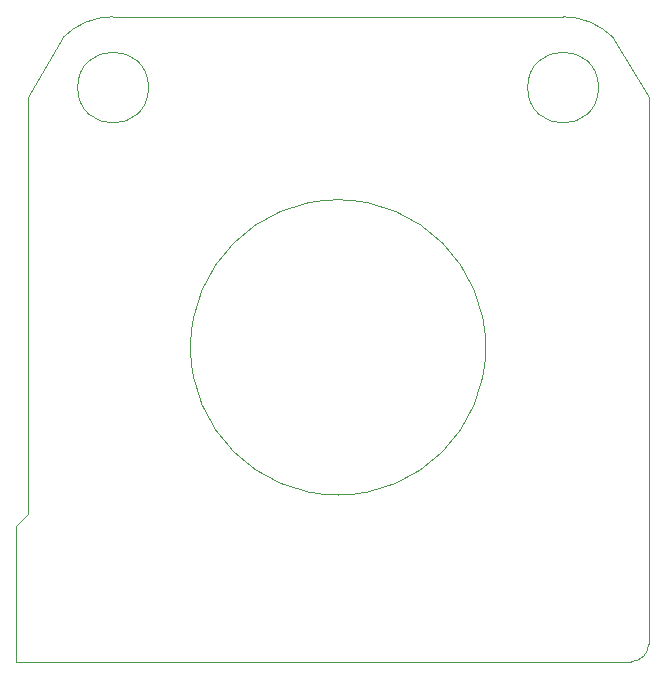
<source format=gbr>
G04 #@! TF.GenerationSoftware,KiCad,Pcbnew,(5.1.0)-1*
G04 #@! TF.CreationDate,2019-11-21T20:20:07-05:00*
G04 #@! TF.ProjectId,gopro_lights,676f7072-6f5f-46c6-9967-6874732e6b69,1*
G04 #@! TF.SameCoordinates,Original*
G04 #@! TF.FileFunction,Profile,NP*
%FSLAX46Y46*%
G04 Gerber Fmt 4.6, Leading zero omitted, Abs format (unit mm)*
G04 Created by KiCad (PCBNEW (5.1.0)-1) date 2019-11-21 20:20:07*
%MOMM*%
%LPD*%
G04 APERTURE LIST*
%ADD10C,0.050000*%
G04 APERTURE END LIST*
D10*
X78800000Y-101100000D02*
X78790000Y-112600000D01*
X79800000Y-100100000D02*
X78800000Y-101100000D01*
X128100000Y-64000000D02*
G75*
G03X128100000Y-64000000I-3000000J0D01*
G01*
X90000000Y-64000000D02*
G75*
G03X90000000Y-64000000I-3000000J0D01*
G01*
X118550000Y-86000000D02*
G75*
G03X118550000Y-86000000I-12500000J0D01*
G01*
X132350000Y-111010000D02*
X132350000Y-111100000D01*
X132350000Y-111100000D02*
G75*
G02X130850000Y-112600000I-1500000J0D01*
G01*
X125114142Y-58003734D02*
X87000000Y-58000000D01*
X125114142Y-58003735D02*
G75*
G02X129350000Y-59770000I-14142J-5996265D01*
G01*
X79800000Y-64800000D02*
X79800000Y-100100000D01*
X132350000Y-64770000D02*
X132350000Y-111010000D01*
X79800000Y-64800000D02*
X82757359Y-59757359D01*
X129350000Y-59770000D02*
X132350000Y-64770000D01*
X78790000Y-112600000D02*
X130850000Y-112600000D01*
X82757359Y-59757359D02*
G75*
G02X87000000Y-58000000I4242641J-4242641D01*
G01*
M02*

</source>
